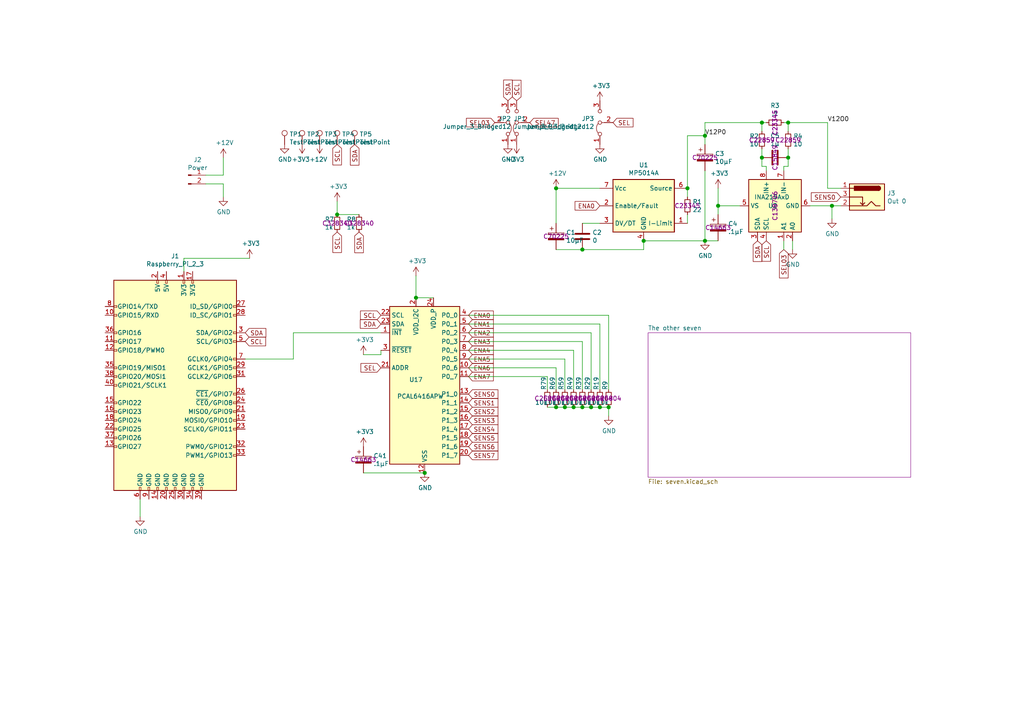
<source format=kicad_sch>
(kicad_sch (version 20220104) (generator eeschema)
  (paper "A4")
  (lib_symbols
    (symbol "Connector:Barrel_Jack_Switch" (pin_names hide)
      (property "Reference" "J" (at 0 5.334 0))
      (property "Value" "Barrel_Jack_Switch" (at 0 -5.08 0))
      (symbol "Barrel_Jack_Switch_0_1"
        (rectangle (start -5.08 3.81) (end 5.08 -3.81) (stroke (width 0.254)) (fill (type background)))
        (arc (start -3.302 3.175) (mid -3.937 2.54) (end -3.302 1.905) (stroke (width 0.254)))
        (arc (start -3.302 3.175) (mid -3.937 2.54) (end -3.302 1.905) (stroke (width 0.254)) (fill (type outline)))
        (polyline (pts (xy 1.27 -2.286) (xy 1.905 -1.651)) (stroke (width 0.254)))
        (polyline (pts (xy 5.08 2.54) (xy 3.81 2.54)) (stroke (width 0.254)))
        (polyline (pts (xy 5.08 0) (xy 1.27 0) (xy 1.27 -2.286) (xy 0.635 -1.651)) (stroke (width 0.254)))
        (polyline (pts (xy -3.81 -2.54) (xy -2.54 -2.54) (xy -1.27 -1.27) (xy 0 -2.54) (xy 2.54 -2.54) (xy 5.08 -2.54)) (stroke (width 0.254)))
        (rectangle (start 3.683 3.175) (end -3.302 1.905) (stroke (width 0.254)) (fill (type outline)))
      )
      (symbol "Barrel_Jack_Switch_1_1"
        (pin passive line (at 7.62 2.54 180) (length 2.54) (name "~") (number "1"))
        (pin passive line (at 7.62 -2.54 180) (length 2.54) (name "~") (number "2"))
        (pin passive line (at 7.62 0 180) (length 2.54) (name "~") (number "3"))
      )
    )
    (symbol "Connector:Conn_01x02_Male" (pin_names (offset 1.016) hide)
      (property "Reference" "J" (at 0 2.54 0))
      (property "Value" "Conn_01x02_Male" (at 0 -5.08 0))
      (symbol "Conn_01x02_Male_1_1"
        (polyline (pts (xy 1.27 -2.54) (xy 0.8636 -2.54)) (stroke (width 0.1524)))
        (polyline (pts (xy 1.27 0) (xy 0.8636 0)) (stroke (width 0.1524)))
        (rectangle (start 0.8636 -2.413) (end 0 -2.667) (stroke (width 0.1524)) (fill (type outline)))
        (rectangle (start 0.8636 0.127) (end 0 -0.127) (stroke (width 0.1524)) (fill (type outline)))
        (pin passive line (at 5.08 0 180) (length 3.81) (name "Pin_1") (number "1"))
        (pin passive line (at 5.08 -2.54 180) (length 3.81) (name "Pin_2") (number "2"))
      )
    )
    (symbol "Connector:Raspberry_Pi_2_3" (pin_names (offset 1.016))
      (property "Reference" "J" (at -17.78 31.75 0))
      (property "Value" "Raspberry_Pi_2_3" (at 10.16 -31.75 0))
      (symbol "Raspberry_Pi_2_3_0_1"
        (rectangle (start -17.78 30.48) (end 17.78 -30.48) (stroke (width 0.254)) (fill (type background)))
      )
      (symbol "Raspberry_Pi_2_3_1_1"
        (rectangle (start -16.891 -17.526) (end -17.78 -18.034))
        (rectangle (start -16.891 -14.986) (end -17.78 -15.494))
        (rectangle (start -16.891 -12.446) (end -17.78 -12.954))
        (rectangle (start -16.891 -9.906) (end -17.78 -10.414))
        (rectangle (start -16.891 -7.366) (end -17.78 -7.874))
        (rectangle (start -16.891 -4.826) (end -17.78 -5.334))
        (rectangle (start -16.891 0.254) (end -17.78 -0.254))
        (rectangle (start -16.891 2.794) (end -17.78 2.286))
        (rectangle (start -16.891 5.334) (end -17.78 4.826))
        (rectangle (start -16.891 10.414) (end -17.78 9.906))
        (rectangle (start -16.891 12.954) (end -17.78 12.446))
        (rectangle (start -16.891 15.494) (end -17.78 14.986))
        (rectangle (start -16.891 20.574) (end -17.78 20.066))
        (rectangle (start -16.891 23.114) (end -17.78 22.606))
        (rectangle (start -10.414 -29.591) (end -9.906 -30.48))
        (rectangle (start -7.874 -29.591) (end -7.366 -30.48))
        (rectangle (start -5.334 -29.591) (end -4.826 -30.48))
        (rectangle (start -5.334 30.48) (end -4.826 29.591))
        (rectangle (start -2.794 -29.591) (end -2.286 -30.48))
        (rectangle (start -2.794 30.48) (end -2.286 29.591))
        (rectangle (start -0.254 -29.591) (end 0.254 -30.48))
        (rectangle (start 2.286 -29.591) (end 2.794 -30.48))
        (rectangle (start 2.286 30.48) (end 2.794 29.591))
        (rectangle (start 4.826 -29.591) (end 5.334 -30.48))
        (rectangle (start 4.826 30.48) (end 5.334 29.591))
        (rectangle (start 7.366 -29.591) (end 7.874 -30.48))
        (rectangle (start 17.78 -20.066) (end 16.891 -20.574))
        (rectangle (start 17.78 -17.526) (end 16.891 -18.034))
        (rectangle (start 17.78 -12.446) (end 16.891 -12.954))
        (rectangle (start 17.78 -9.906) (end 16.891 -10.414))
        (rectangle (start 17.78 -7.366) (end 16.891 -7.874))
        (rectangle (start 17.78 -4.826) (end 16.891 -5.334))
        (rectangle (start 17.78 -2.286) (end 16.891 -2.794))
        (rectangle (start 17.78 2.794) (end 16.891 2.286))
        (rectangle (start 17.78 5.334) (end 16.891 4.826))
        (rectangle (start 17.78 7.874) (end 16.891 7.366))
        (rectangle (start 17.78 12.954) (end 16.891 12.446))
        (rectangle (start 17.78 15.494) (end 16.891 14.986))
        (rectangle (start 17.78 20.574) (end 16.891 20.066))
        (rectangle (start 17.78 23.114) (end 16.891 22.606))
        (pin power_in line (at 2.54 33.02 270) (length 2.54) (name "3V3") (number "1"))
        (pin bidirectional line (at -20.32 20.32 0) (length 2.54) (name "GPIO15/RXD") (number "10"))
        (pin bidirectional line (at -20.32 12.7 0) (length 2.54) (name "GPIO17") (number "11"))
        (pin bidirectional line (at -20.32 10.16 0) (length 2.54) (name "GPIO18/PWM0") (number "12"))
        (pin bidirectional line (at -20.32 -17.78 0) (length 2.54) (name "GPIO27") (number "13"))
        (pin power_in line (at -5.08 -33.02 90) (length 2.54) (name "GND") (number "14"))
        (pin bidirectional line (at -20.32 -5.08 0) (length 2.54) (name "GPIO22") (number "15"))
        (pin bidirectional line (at -20.32 -7.62 0) (length 2.54) (name "GPIO23") (number "16"))
        (pin power_in line (at 5.08 33.02 270) (length 2.54) (name "3V3") (number "17"))
        (pin bidirectional line (at -20.32 -10.16 0) (length 2.54) (name "GPIO24") (number "18"))
        (pin bidirectional line (at 20.32 -10.16 180) (length 2.54) (name "MOSI0/GPIO10") (number "19"))
        (pin power_in line (at -5.08 33.02 270) (length 2.54) (name "5V") (number "2"))
        (pin power_in line (at -2.54 -33.02 90) (length 2.54) (name "GND") (number "20"))
        (pin bidirectional line (at 20.32 -7.62 180) (length 2.54) (name "MISO0/GPIO9") (number "21"))
        (pin bidirectional line (at -20.32 -12.7 0) (length 2.54) (name "GPIO25") (number "22"))
        (pin bidirectional line (at 20.32 -12.7 180) (length 2.54) (name "SCLK0/GPIO11") (number "23"))
        (pin bidirectional line (at 20.32 -5.08 180) (length 2.54) (name "~{CE0}/GPIO8") (number "24"))
        (pin power_in line (at 0 -33.02 90) (length 2.54) (name "GND") (number "25"))
        (pin bidirectional line (at 20.32 -2.54 180) (length 2.54) (name "~{CE1}/GPIO7") (number "26"))
        (pin bidirectional line (at 20.32 22.86 180) (length 2.54) (name "ID_SD/GPIO0") (number "27"))
        (pin bidirectional line (at 20.32 20.32 180) (length 2.54) (name "ID_SC/GPIO1") (number "28"))
        (pin bidirectional line (at 20.32 5.08 180) (length 2.54) (name "GCLK1/GPIO5") (number "29"))
        (pin bidirectional line (at 20.32 15.24 180) (length 2.54) (name "SDA/GPIO2") (number "3"))
        (pin power_in line (at 2.54 -33.02 90) (length 2.54) (name "GND") (number "30"))
        (pin bidirectional line (at 20.32 2.54 180) (length 2.54) (name "GCLK2/GPIO6") (number "31"))
        (pin bidirectional line (at 20.32 -17.78 180) (length 2.54) (name "PWM0/GPIO12") (number "32"))
        (pin bidirectional line (at 20.32 -20.32 180) (length 2.54) (name "PWM1/GPIO13") (number "33"))
        (pin power_in line (at 5.08 -33.02 90) (length 2.54) (name "GND") (number "34"))
        (pin bidirectional line (at -20.32 5.08 0) (length 2.54) (name "GPIO19/MISO1") (number "35"))
        (pin bidirectional line (at -20.32 15.24 0) (length 2.54) (name "GPIO16") (number "36"))
        (pin bidirectional line (at -20.32 -15.24 0) (length 2.54) (name "GPIO26") (number "37"))
        (pin bidirectional line (at -20.32 2.54 0) (length 2.54) (name "GPIO20/MOSI1") (number "38"))
        (pin power_in line (at 7.62 -33.02 90) (length 2.54) (name "GND") (number "39"))
        (pin power_in line (at -2.54 33.02 270) (length 2.54) (name "5V") (number "4"))
        (pin bidirectional line (at -20.32 0 0) (length 2.54) (name "GPIO21/SCLK1") (number "40"))
        (pin bidirectional line (at 20.32 12.7 180) (length 2.54) (name "SCL/GPIO3") (number "5"))
        (pin power_in line (at -10.16 -33.02 90) (length 2.54) (name "GND") (number "6"))
        (pin bidirectional line (at 20.32 7.62 180) (length 2.54) (name "GCLK0/GPIO4") (number "7"))
        (pin bidirectional line (at -20.32 22.86 0) (length 2.54) (name "GPIO14/TXD") (number "8"))
        (pin power_in line (at -7.62 -33.02 90) (length 2.54) (name "GND") (number "9"))
      )
    )
    (symbol "Connector:TestPoint" (pin_numbers hide) (pin_names (offset 0.762) hide)
      (property "Reference" "TP" (at 0 6.858 0))
      (property "Value" "TestPoint" (at 0 5.08 0))
      (symbol "TestPoint_0_1"
        (circle (center 0 3.302) (radius 0.762))
      )
      (symbol "TestPoint_1_1"
        (pin passive line (at 0 0 90) (length 2.54) (name "1") (number "1"))
      )
    )
    (symbol "Device:C" (pin_numbers hide) (pin_names (offset 0.254))
      (property "Reference" "C" (at 0.635 2.54 0))
      (property "Value" "C" (at 0.635 -2.54 0))
      (symbol "C_0_1"
        (polyline (pts (xy -2.032 -0.762) (xy 2.032 -0.762)) (stroke (width 0.508)))
        (polyline (pts (xy -2.032 0.762) (xy 2.032 0.762)) (stroke (width 0.508)))
      )
      (symbol "C_1_1"
        (pin passive line (at 0 3.81 270) (length 2.794) (name "~") (number "1"))
        (pin passive line (at 0 -3.81 90) (length 2.794) (name "~") (number "2"))
      )
    )
    (symbol "Interface_Expansion:PCAL6416APW"
      (property "Reference" "U" (at -10.16 24.13 0))
      (property "Value" "PCAL6416APW" (at 3.81 24.13 0))
      (symbol "PCAL6416APW_0_1"
        (rectangle (start -10.16 22.86) (end 10.16 -22.86) (stroke (width 0.254)) (fill (type background)))
      )
      (symbol "PCAL6416APW_1_1"
        (pin open_collector line (at -12.7 15.24 0) (length 2.54) (name "~{INT}") (number "1"))
        (pin bidirectional line (at 12.7 5.08 180) (length 2.54) (name "P0_6") (number "10"))
        (pin bidirectional line (at 12.7 2.54 180) (length 2.54) (name "P0_7") (number "11"))
        (pin power_in line (at 0 -25.4 90) (length 2.54) (name "VSS") (number "12"))
        (pin bidirectional line (at 12.7 -2.54 180) (length 2.54) (name "P1_0") (number "13"))
        (pin bidirectional line (at 12.7 -5.08 180) (length 2.54) (name "P1_1") (number "14"))
        (pin bidirectional line (at 12.7 -7.62 180) (length 2.54) (name "P1_2") (number "15"))
        (pin bidirectional line (at 12.7 -10.16 180) (length 2.54) (name "P1_3") (number "16"))
        (pin bidirectional line (at 12.7 -12.7 180) (length 2.54) (name "P1_4") (number "17"))
        (pin bidirectional line (at 12.7 -15.24 180) (length 2.54) (name "P1_5") (number "18"))
        (pin bidirectional line (at 12.7 -17.78 180) (length 2.54) (name "P1_6") (number "19"))
        (pin power_in line (at -2.54 25.4 270) (length 2.54) (name "VDD_I2C") (number "2"))
        (pin bidirectional line (at 12.7 -20.32 180) (length 2.54) (name "P1_7") (number "20"))
        (pin input line (at -12.7 5.08 0) (length 2.54) (name "ADDR") (number "21"))
        (pin input line (at -12.7 20.32 0) (length 2.54) (name "SCL") (number "22"))
        (pin bidirectional line (at -12.7 17.78 0) (length 2.54) (name "SDA") (number "23"))
        (pin power_in line (at 2.54 25.4 270) (length 2.54) (name "VDD_P") (number "24"))
        (pin input line (at -12.7 10.16 0) (length 2.54) (name "~{RESET}") (number "3"))
        (pin bidirectional line (at 12.7 20.32 180) (length 2.54) (name "P0_0") (number "4"))
        (pin bidirectional line (at 12.7 17.78 180) (length 2.54) (name "P0_1") (number "5"))
        (pin bidirectional line (at 12.7 15.24 180) (length 2.54) (name "P0_2") (number "6"))
        (pin bidirectional line (at 12.7 12.7 180) (length 2.54) (name "P0_3") (number "7"))
        (pin bidirectional line (at 12.7 10.16 180) (length 2.54) (name "P0_4") (number "8"))
        (pin bidirectional line (at 12.7 7.62 180) (length 2.54) (name "P0_5") (number "9"))
      )
    )
    (symbol "Jumper:Jumper_3_Bridged12" (pin_names (offset 0) hide)
      (property "Reference" "JP" (at -2.54 -2.54 0))
      (property "Value" "Jumper_3_Bridged12" (at 0 2.794 0))
      (symbol "Jumper_3_Bridged12_0_0"
        (circle (center -3.302 0) (radius 0.508))
        (circle (center 0 0) (radius 0.508))
        (circle (center 3.302 0) (radius 0.508))
      )
      (symbol "Jumper_3_Bridged12_0_1"
        (arc (start -0.254 0.508) (mid -1.651 0.9912) (end -3.048 0.508))
        (polyline (pts (xy 0 -1.27) (xy 0 -0.508)))
      )
      (symbol "Jumper_3_Bridged12_1_1"
        (pin passive line (at -6.35 0 0) (length 2.54) (name "A") (number "1"))
        (pin input line (at 0 -3.81 90) (length 2.54) (name "C") (number "2"))
        (pin passive line (at 6.35 0 180) (length 2.54) (name "B") (number "3"))
      )
    )
    (symbol "localparts:CP_100n_50V_0603" (pin_numbers hide) (pin_names (offset 0.254))
      (property "Reference" "C4" (at 2.9211 1.1494 0))
      (property "Value" "CP_100n_50V_0603" (at 2.9211 -1.1493 0))
      (property "LCSC" "C14663" (at 0 0 0))
      (symbol "CP_100n_50V_0603_0_1"
        (rectangle (start -2.286 0.508) (end -2.286 1.016))
        (rectangle (start -2.286 0.508) (end 2.286 0.508))
        (polyline (pts (xy -1.778 2.286) (xy -0.762 2.286)))
        (polyline (pts (xy -1.27 2.794) (xy -1.27 1.778)))
        (rectangle (start 2.286 -0.508) (end -2.286 -1.016) (fill (type outline)))
        (rectangle (start 2.286 1.016) (end -2.286 1.016))
        (rectangle (start 2.286 1.016) (end 2.286 0.508))
      )
      (symbol "CP_100n_50V_0603_1_1"
        (pin passive line (at 0 3.81 270) (length 2.794) (name "~") (number "1"))
        (pin passive line (at 0 -3.81 90) (length 2.794) (name "~") (number "2"))
      )
    )
    (symbol "localparts:CP_10µ_16V_0603" (pin_numbers hide) (pin_names (offset 0.254))
      (property "Reference" "C3" (at 2.9211 1.1494 0))
      (property "Value" "CP_10µ_16V_0603" (at 2.9211 -1.1493 0))
      (property "LCSC" "C70225" (at 0 0 0))
      (symbol "CP_10µ_16V_0603_0_1"
        (rectangle (start -2.286 0.508) (end -2.286 1.016))
        (rectangle (start -2.286 0.508) (end 2.286 0.508))
        (polyline (pts (xy -1.778 2.286) (xy -0.762 2.286)))
        (polyline (pts (xy -1.27 2.794) (xy -1.27 1.778)))
        (rectangle (start 2.286 -0.508) (end -2.286 -1.016) (fill (type outline)))
        (rectangle (start 2.286 1.016) (end -2.286 1.016))
        (rectangle (start 2.286 1.016) (end 2.286 0.508))
      )
      (symbol "CP_10µ_16V_0603_1_1"
        (pin passive line (at 0 3.81 270) (length 2.794) (name "~") (number "1"))
        (pin passive line (at 0 -3.81 90) (length 2.794) (name "~") (number "2"))
      )
    )
    (symbol "localparts:CP_1µ_50V_0603" (pin_numbers hide) (pin_names (offset 0.254))
      (property "Reference" "C22" (at 0 6.3692 90))
      (property "Value" "CP_1µ_50V_0603" (at 0 4.07 90))
      (property "LCSC" "C15849" (at 0 0 0))
      (symbol "CP_1µ_50V_0603_0_1"
        (polyline (pts (xy -2.032 -0.762) (xy 2.032 -0.762)) (stroke (width 0.508)))
        (polyline (pts (xy -2.032 0.762) (xy 2.032 0.762)) (stroke (width 0.508)))
      )
      (symbol "CP_1µ_50V_0603_1_1"
        (pin passive line (at 0 3.81 270) (length 2.794) (name "~") (number "1"))
        (pin passive line (at 0 -3.81 90) (length 2.794) (name "~") (number "2"))
      )
    )
    (symbol "localparts:R_10_0603" (pin_numbers hide) (pin_names (offset 0.254) hide)
      (property "Reference" "R" (at 0.762 0.508 0))
      (property "Value" "R_10_0603" (at 0.762 -1.016 0))
      (property "LCSC" "C22859" (at 0 0 0))
      (symbol "R_10_0603_0_1"
        (rectangle (start -0.762 1.778) (end 0.762 -1.778) (stroke (width 0.2032)))
      )
      (symbol "R_10_0603_1_1"
        (pin passive line (at 0 2.54 270) (length 0.762) (name "~") (number "1"))
        (pin passive line (at 0 -2.54 90) (length 0.762) (name "~") (number "2"))
      )
    )
    (symbol "localparts:R_10k_0603" (pin_numbers hide) (pin_names (offset 0.254) hide)
      (property "Reference" "R79" (at -1.041 2.419 90))
      (property "Value" "R_10k_0603" (at -3.5813 -1.1493 0))
      (property "LCSC" "C25804" (at 0 0 0))
      (symbol "R_10k_0603_0_1"
        (rectangle (start -0.762 1.778) (end 0.762 -1.778) (stroke (width 0.2032)))
      )
      (symbol "R_10k_0603_1_1"
        (pin passive line (at 0 2.54 270) (length 0.762) (name "~") (number "1"))
        (pin passive line (at 0 -2.54 90) (length 0.762) (name "~") (number "2"))
      )
    )
    (symbol "localparts:R_1k_0603" (pin_numbers hide) (pin_names (offset 0.254) hide)
      (property "Reference" "R7" (at -3.581 1.149 0))
      (property "Value" "R_1k_0603" (at -3.5813 -1.1493 0))
      (property "LCSC" "C328340" (at 0 0 0))
      (symbol "R_1k_0603_0_1"
        (rectangle (start -0.762 1.778) (end 0.762 -1.778) (stroke (width 0.2032)))
      )
      (symbol "R_1k_0603_1_1"
        (pin passive line (at 0 2.54 270) (length 0.762) (name "~") (number "1"))
        (pin passive line (at 0 -2.54 90) (length 0.762) (name "~") (number "2"))
      )
    )
    (symbol "localparts:R_22_0603" (pin_numbers hide) (pin_names (offset 0.254) hide)
      (property "Reference" "R" (at 0.762 0.508 0))
      (property "Value" "R_22_0603" (at 0.762 -1.016 0))
      (property "LCSC" "C23345" (at 0 0 0))
      (symbol "R_22_0603_0_1"
        (rectangle (start -0.762 1.778) (end 0.762 -1.778) (stroke (width 0.2032)))
      )
      (symbol "R_22_0603_1_1"
        (pin passive line (at 0 2.54 270) (length 0.762) (name "~") (number "1"))
        (pin passive line (at 0 -2.54 90) (length 0.762) (name "~") (number "2"))
      )
    )
    (symbol "localparts:R_X1_0805" (pin_numbers hide) (pin_names (offset 0.254) hide)
      (property "Reference" "R" (at 0.762 0.508 0))
      (property "Value" "R_X1_0805" (at 0.762 -1.016 0))
      (property "LCSC" "C23345" (at 0 0 0))
      (symbol "R_X1_0805_0_1"
        (rectangle (start -0.762 1.778) (end 0.762 -1.778) (stroke (width 0.2032)))
      )
      (symbol "R_X1_0805_1_1"
        (pin passive line (at 0 2.54 270) (length 0.762) (name "~") (number "1"))
        (pin passive line (at 0 -2.54 90) (length 0.762) (name "~") (number "2"))
      )
    )
    (symbol "localstuff:+12V" (power) (pin_names (offset 0))
      (property "Value" "+12V" (at 0 3.556 0))
      (symbol "+12V_0_1"
        (polyline (pts (xy -0.762 1.27) (xy 0 2.54)))
        (polyline (pts (xy 0 0) (xy 0 2.54)))
        (polyline (pts (xy 0 2.54) (xy 0.762 1.27)))
      )
      (symbol "+12V_1_1"
        (pin power_in line (at 0 0 90) (length 0) hide (name "+12V") (number "1"))
      )
    )
    (symbol "localstuff:+3.3V" (power) (pin_names (offset 0))
      (property "Value" "+3.3V" (at 0 3.556 0))
      (symbol "+3.3V_0_1"
        (polyline (pts (xy -0.762 1.27) (xy 0 2.54)))
        (polyline (pts (xy 0 0) (xy 0 2.54)))
        (polyline (pts (xy 0 2.54) (xy 0.762 1.27)))
      )
      (symbol "+3.3V_1_1"
        (pin power_in line (at 0 0 90) (length 0) hide (name "+3V3") (number "1"))
      )
    )
    (symbol "localstuff:GND" (power) (pin_names (offset 0))
      (property "Value" "GND" (at 0 -3.81 0))
      (symbol "GND_0_1"
        (polyline (pts (xy 0 0) (xy 0 -1.27) (xy 1.27 -1.27) (xy 0 -2.54) (xy -1.27 -1.27) (xy 0 -1.27)))
      )
      (symbol "GND_1_1"
        (pin power_in line (at 0 0 270) (length 0) hide (name "GND") (number "1"))
      )
    )
    (symbol "localstuff:INA219AxD"
      (property "Reference" "U2" (at -0.6542 0 90))
      (property "Value" "INA219AxD" (at -0.8955 2.54 90))
      (property "LCSC" "C138706" (at 0 0 0))
      (symbol "INA219AxD_0_1"
        (rectangle (start -7.62 7.62) (end 7.62 -7.62) (stroke (width 0.254)) (fill (type background)))
      )
      (symbol "INA219AxD_1_1"
        (pin input line (at 10.16 -2.54 180) (length 2.54) (name "A1") (number "1"))
        (pin input line (at 10.16 -5.08 180) (length 2.54) (name "A0") (number "2"))
        (pin bidirectional line (at 10.16 5.08 180) (length 2.54) (name "SDA") (number "3"))
        (pin input line (at 10.16 2.54 180) (length 2.54) (name "SCL") (number "4"))
        (pin power_in line (at 0 10.16 270) (length 2.54) (name "VS") (number "5"))
        (pin power_in line (at 0 -10.16 90) (length 2.54) (name "GND") (number "6"))
        (pin input line (at -10.16 -2.54 0) (length 2.54) (name "IN-") (number "7"))
        (pin input line (at -10.16 2.54 0) (length 2.54) (name "IN+") (number "8"))
      )
    )
    (symbol "localstuff:MP5014A"
      (property "Reference" "U1" (at 0 11.8302 0))
      (property "Value" "MP5014A" (at 0 9.5315 0))
      (symbol "MP5014A_0_0"
        (pin power_in line (at 0 -10.16 90) (length 2.54) (name "GND") (number "4"))
      )
      (symbol "MP5014A_0_1"
        (rectangle (start -8.89 -7.62) (end 8.89 7.62) (stroke (width 0.254)) (fill (type background)))
        (rectangle (start -8.89 -7.62) (end 8.89 7.62) (stroke (width 0.254)) (fill (type background)))
      )
      (symbol "MP5014A_1_1"
        (pin input line (at 12.7 -5.08 180) (length 3.81) (name "I-Limit") (number "1"))
        (pin bidirectional line (at -12.7 0 0) (length 3.81) (name "Enable/Fault") (number "2"))
        (pin unspecified line (at -12.7 -5.08 0) (length 3.81) (name "DV/DT") (number "3"))
        (pin power_out line (at 12.7 5.08 180) (length 3.81) hide (name "Source") (number "5"))
        (pin power_out line (at 12.7 5.08 180) (length 3.81) (name "Source") (number "6"))
        (pin power_in line (at -12.7 5.08 0) (length 3.81) (name "Vcc") (number "7"))
        (pin power_in line (at -12.7 5.08 0) (length 3.81) hide (name "Vcc") (number "8"))
      )
    )
  )
  (junction (at 204.47 69.85) (diameter 1.016))
  (junction (at 161.29 54.61) (diameter 1.016))
  (junction (at 220.98 45.72) (diameter 1.016))
  (junction (at 120.65 86.36) (diameter 1.016))
  (junction (at 173.99 118.11) (diameter 1.016))
  (junction (at 97.79 62.23) (diameter 1.016))
  (junction (at 228.6 45.72) (diameter 1.016))
  (junction (at 161.29 118.11) (diameter 1.016))
  (junction (at 199.39 54.61) (diameter 1.016))
  (junction (at 168.91 118.11) (diameter 1.016))
  (junction (at 241.3 59.69) (diameter 1.016))
  (junction (at 208.28 59.69) (diameter 1.016))
  (junction (at 176.53 118.11) (diameter 1.016))
  (junction (at 228.6 35.56) (diameter 1.016))
  (junction (at 171.45 118.11) (diameter 1.016))
  (junction (at 168.91 72.39) (diameter 1.016))
  (junction (at 163.83 118.11) (diameter 1.016))
  (junction (at 166.37 118.11) (diameter 1.016))
  (junction (at 204.47 39.37) (diameter 1.016))
  (junction (at 186.69 69.85) (diameter 1.016))
  (junction (at 220.98 35.56) (diameter 1.016))
  (junction (at 123.19 137.16) (diameter 1.016))
  (wire (pts (xy 168.91 72.39) (xy 186.69 72.39)))
  (wire (pts (xy 186.69 72.39) (xy 186.69 69.85)))
  (wire (pts (xy 220.98 48.26) (xy 220.98 45.72)))
  (wire (pts (xy 222.25 48.26) (xy 220.98 48.26)))
  (wire (pts (xy 199.39 39.37) (xy 199.39 54.61)))
  (wire (pts (xy 220.98 35.56) (xy 220.98 38.1)))
  (wire (pts (xy 204.47 39.37) (xy 204.47 41.91)))
  (wire (pts (xy 161.29 72.39) (xy 168.91 72.39)))
  (wire (pts (xy 40.64 144.78) (xy 40.64 149.86)))
  (wire (pts (xy 85.09 96.52) (xy 85.09 104.14)))
  (wire (pts (xy 85.09 104.14) (xy 71.12 104.14)))
  (wire (pts (xy 110.49 96.52) (xy 85.09 96.52)))
  (wire (pts (xy 186.69 69.85) (xy 204.47 69.85)))
  (wire (pts (xy 227.33 35.56) (xy 228.6 35.56)))
  (wire (pts (xy 228.6 35.56) (xy 240.03 35.56)))
  (wire (pts (xy 97.79 58.42) (xy 97.79 62.23)))
  (wire (pts (xy 168.91 64.77) (xy 173.99 64.77)))
  (wire (pts (xy 204.47 49.53) (xy 204.47 69.85)))
  (wire (pts (xy 158.75 118.11) (xy 161.29 118.11)))
  (wire (pts (xy 161.29 118.11) (xy 163.83 118.11)))
  (wire (pts (xy 163.83 118.11) (xy 166.37 118.11)))
  (wire (pts (xy 166.37 118.11) (xy 168.91 118.11)))
  (wire (pts (xy 168.91 118.11) (xy 171.45 118.11)))
  (wire (pts (xy 171.45 118.11) (xy 173.99 118.11)))
  (wire (pts (xy 173.99 118.11) (xy 176.53 118.11)))
  (wire (pts (xy 229.87 69.85) (xy 229.87 72.39)))
  (wire (pts (xy 161.29 106.68) (xy 135.89 106.68)))
  (wire (pts (xy 161.29 113.03) (xy 161.29 106.68)))
  (wire (pts (xy 234.95 59.69) (xy 241.3 59.69)))
  (wire (pts (xy 227.33 69.85) (xy 227.33 72.39)))
  (wire (pts (xy 222.25 48.26) (xy 222.25 49.53)))
  (wire (pts (xy 204.47 35.56) (xy 204.47 39.37)))
  (wire (pts (xy 204.47 35.56) (xy 220.98 35.56)))
  (wire (pts (xy 220.98 35.56) (xy 222.25 35.56)))
  (wire (pts (xy 135.89 101.6) (xy 166.37 101.6)))
  (wire (pts (xy 166.37 101.6) (xy 166.37 113.03)))
  (wire (pts (xy 176.53 118.11) (xy 176.53 120.65)))
  (wire (pts (xy 227.33 48.26) (xy 228.6 48.26)))
  (wire (pts (xy 228.6 48.26) (xy 228.6 45.72)))
  (wire (pts (xy 158.75 109.22) (xy 135.89 109.22)))
  (wire (pts (xy 158.75 113.03) (xy 158.75 109.22)))
  (wire (pts (xy 173.99 93.98) (xy 135.89 93.98)))
  (wire (pts (xy 173.99 113.03) (xy 173.99 93.98)))
  (wire (pts (xy 64.77 53.34) (xy 59.69 53.34)))
  (wire (pts (xy 64.77 57.15) (xy 64.77 53.34)))
  (wire (pts (xy 208.28 59.69) (xy 208.28 62.23)))
  (wire (pts (xy 199.39 39.37) (xy 204.47 39.37)))
  (wire (pts (xy 204.47 69.85) (xy 208.28 69.85)))
  (wire (pts (xy 120.65 80.01) (xy 120.65 86.36)))
  (wire (pts (xy 228.6 35.56) (xy 228.6 38.1)))
  (wire (pts (xy 64.77 45.72) (xy 64.77 50.8)))
  (wire (pts (xy 64.77 50.8) (xy 59.69 50.8)))
  (wire (pts (xy 53.34 74.93) (xy 53.34 78.74)))
  (wire (pts (xy 72.39 74.93) (xy 53.34 74.93)))
  (wire (pts (xy 161.29 54.61) (xy 173.99 54.61)))
  (wire (pts (xy 161.29 64.77) (xy 161.29 54.61)))
  (wire (pts (xy 199.39 54.61) (xy 199.39 57.15)))
  (wire (pts (xy 199.39 62.23) (xy 199.39 64.77)))
  (wire (pts (xy 241.3 59.69) (xy 241.3 63.5)))
  (wire (pts (xy 243.84 59.69) (xy 241.3 59.69)))
  (wire (pts (xy 105.41 102.87) (xy 110.49 102.87)))
  (wire (pts (xy 110.49 102.87) (xy 110.49 101.6)))
  (wire (pts (xy 168.91 99.06) (xy 135.89 99.06)))
  (wire (pts (xy 168.91 99.06) (xy 168.91 113.03)))
  (wire (pts (xy 97.79 62.23) (xy 104.14 62.23)))
  (wire (pts (xy 220.98 43.18) (xy 220.98 45.72)))
  (wire (pts (xy 227.33 48.26) (xy 227.33 49.53)))
  (wire (pts (xy 208.28 59.69) (xy 208.28 54.61)))
  (wire (pts (xy 214.63 59.69) (xy 208.28 59.69)))
  (wire (pts (xy 163.83 104.14) (xy 135.89 104.14)))
  (wire (pts (xy 163.83 113.03) (xy 163.83 104.14)))
  (wire (pts (xy 105.41 137.16) (xy 123.19 137.16)))
  (wire (pts (xy 135.89 96.52) (xy 171.45 96.52)))
  (wire (pts (xy 171.45 96.52) (xy 171.45 113.03)))
  (wire (pts (xy 120.65 86.36) (xy 125.73 86.36)))
  (wire (pts (xy 228.6 43.18) (xy 228.6 45.72)))
  (wire (pts (xy 135.89 91.44) (xy 176.53 91.44)))
  (wire (pts (xy 176.53 91.44) (xy 176.53 113.03)))
  (wire (pts (xy 240.03 35.56) (xy 240.03 54.61)))
  (wire (pts (xy 240.03 54.61) (xy 243.84 54.61)))
  (label "V12O0" (at 240.03 35.56 0))
  (label "V12P0" (at 204.47 39.37 0))
  (global_label "SCL" (shape input) (at 149.86 29.21 90) (property "Intersheet References" "${INTERSHEET_REFS}" (effects hide)))
  (global_label "SENS5" (shape input) (at 135.89 127 0) (property "Intersheet References" "${INTERSHEET_REFS}" (effects hide)))
  (global_label "SEL" (shape input) (at 177.8 35.56 0) (property "Intersheet References" "${INTERSHEET_REFS}" (effects hide)))
  (global_label "SEL" (shape input) (at 110.49 106.68 180) (property "Intersheet References" "${INTERSHEET_REFS}" (effects hide)))
  (global_label "ENA4" (shape input) (at 135.89 101.6 0) (property "Intersheet References" "${INTERSHEET_REFS}" (effects hide)))
  (global_label "SCL" (shape input) (at 71.12 99.06 0) (property "Intersheet References" "${INTERSHEET_REFS}" (effects hide)))
  (global_label "SCL" (shape input) (at 97.79 41.91 270) (property "Intersheet References" "${INTERSHEET_REFS}" (effects hide)))
  (global_label "SCL" (shape input) (at 222.25 69.85 270) (property "Intersheet References" "${INTERSHEET_REFS}" (effects hide)))
  (global_label "SDA" (shape input) (at 102.87 41.91 270) (property "Intersheet References" "${INTERSHEET_REFS}" (effects hide)))
  (global_label "SEL03" (shape input) (at 143.51 35.56 180) (property "Intersheet References" "${INTERSHEET_REFS}" (effects hide)))
  (global_label "SENS3" (shape input) (at 135.89 121.92 0) (property "Intersheet References" "${INTERSHEET_REFS}" (effects hide)))
  (global_label "SDA" (shape input) (at 71.12 96.52 0) (property "Intersheet References" "${INTERSHEET_REFS}" (effects hide)))
  (global_label "SENS4" (shape input) (at 135.89 124.46 0) (property "Intersheet References" "${INTERSHEET_REFS}" (effects hide)))
  (global_label "SDA" (shape input) (at 147.32 29.21 90) (property "Intersheet References" "${INTERSHEET_REFS}" (effects hide)))
  (global_label "SENS6" (shape input) (at 135.89 129.54 0) (property "Intersheet References" "${INTERSHEET_REFS}" (effects hide)))
  (global_label "SENS7" (shape input) (at 135.89 132.08 0) (property "Intersheet References" "${INTERSHEET_REFS}" (effects hide)))
  (global_label "SCL" (shape input) (at 110.49 91.44 180) (property "Intersheet References" "${INTERSHEET_REFS}" (effects hide)))
  (global_label "ENA6" (shape input) (at 135.89 106.68 0) (property "Intersheet References" "${INTERSHEET_REFS}" (effects hide)))
  (global_label "ENA1" (shape input) (at 135.89 93.98 0) (property "Intersheet References" "${INTERSHEET_REFS}" (effects hide)))
  (global_label "SENS1" (shape input) (at 135.89 116.84 0) (property "Intersheet References" "${INTERSHEET_REFS}" (effects hide)))
  (global_label "ENA7" (shape input) (at 135.89 109.22 0) (property "Intersheet References" "${INTERSHEET_REFS}" (effects hide)))
  (global_label "SENS0" (shape input) (at 243.84 57.15 180) (property "Intersheet References" "${INTERSHEET_REFS}" (effects hide)))
  (global_label "SDA" (shape input) (at 104.14 67.31 270) (property "Intersheet References" "${INTERSHEET_REFS}" (effects hide)))
  (global_label "SEL47" (shape input) (at 153.67 35.56 0) (property "Intersheet References" "${INTERSHEET_REFS}" (effects hide)))
  (global_label "ENA0" (shape input) (at 173.99 59.69 180) (property "Intersheet References" "${INTERSHEET_REFS}" (effects hide)))
  (global_label "SCL" (shape input) (at 97.79 67.31 270) (property "Intersheet References" "${INTERSHEET_REFS}" (effects hide)))
  (global_label "SDA" (shape input) (at 110.49 93.98 180) (property "Intersheet References" "${INTERSHEET_REFS}" (effects hide)))
  (global_label "SENS0" (shape input) (at 135.89 114.3 0) (property "Intersheet References" "${INTERSHEET_REFS}" (effects hide)))
  (global_label "ENA0" (shape input) (at 135.89 91.44 0) (property "Intersheet References" "${INTERSHEET_REFS}" (effects hide)))
  (global_label "ENA5" (shape input) (at 135.89 104.14 0) (property "Intersheet References" "${INTERSHEET_REFS}" (effects hide)))
  (global_label "ENA3" (shape input) (at 135.89 99.06 0) (property "Intersheet References" "${INTERSHEET_REFS}" (effects hide)))
  (global_label "SENS2" (shape input) (at 135.89 119.38 0) (property "Intersheet References" "${INTERSHEET_REFS}" (effects hide)))
  (global_label "SEL03" (shape input) (at 227.33 72.39 270) (property "Intersheet References" "${INTERSHEET_REFS}" (effects hide)))
  (global_label "SDA" (shape input) (at 219.71 69.85 270) (property "Intersheet References" "${INTERSHEET_REFS}" (effects hide)))
  (global_label "ENA2" (shape input) (at 135.89 96.52 0) (property "Intersheet References" "${INTERSHEET_REFS}" (effects hide)))
  (symbol (lib_id "localstuff:GND") (at 229.87 72.39 0) (unit 1)
    (property "Reference" "#PWR0104" (effects hide))
    (property "Value" "GND" (at 229.9843 76.7144 0))
  )
  (symbol (lib_id "Connector:Barrel_Jack_Switch") (at 251.46 57.15 0) (mirror y) (unit 1) (in_bom no)
    (property "Reference" "J3" (at 257.3021 56.0514 0) (effects (justify right)))
    (property "Value" "Out 0" (at 257.3021 58.3501 0) (effects (justify right)))
    (property "Footprint" "localstuff:Barrel Jack locking" (effects hide))
  )
  (symbol (lib_id "Connector:TestPoint") (at 82.55 41.91 0) (unit 1)
    (property "Reference" "TP1" (at 83.9471 38.9191 0) (effects (justify left)))
    (property "Value" "TestPoint" (at 83.9471 41.2178 0) (effects (justify left)))
    (property "Footprint" "TestPoint:TestPoint_Pad_D1.5mm" (effects hide))
  )
  (symbol (lib_id "localstuff:+3.3V") (at 87.63 41.91 180) (unit 1)
    (property "Reference" "#PWR0154" (effects hide))
    (property "Value" "+3.3V" (at 87.2617 46.2344 0))
  )
  (symbol (lib_id "Connector:TestPoint") (at 97.79 41.91 0) (unit 1)
    (property "Reference" "TP4" (at 99.1871 38.9191 0) (effects (justify left)))
    (property "Value" "TestPoint" (at 99.1871 41.2178 0) (effects (justify left)))
    (property "Footprint" "TestPoint:TestPoint_Pad_D1.5mm" (effects hide))
  )
  (symbol (lib_id "localparts:R_10_0603") (at 220.98 40.64 180) (unit 1)
    (property "Reference" "R2" (at 217.3987 39.4906 0) (effects (justify right)))
    (property "Value" "10" (at 217.3987 41.7893 0) (effects (justify right)))
    (property "Footprint" "Resistor_SMD:R_0603_1608Metric" (effects hide))
    (property "JLC" "C22859" (at 220.98 40.64 0))
    (property "LCSC" "C22859" (at 220.98 40.64 0))
  )
  (symbol (lib_id "Connector:Conn_01x02_Male") (at 54.61 50.8 0) (unit 1)
    (property "Reference" "J2" (at 57.3024 46.3358 0))
    (property "Value" "Power" (at 57.3024 48.6345 0))
    (property "Footprint" "localstuff:1X02_GN" (effects hide))
  )
  (symbol (lib_id "Device:C") (at 168.91 68.58 0) (unit 1) (in_bom no)
    (property "Reference" "C2" (at 171.8311 67.4306 0) (effects (justify left)))
    (property "Value" "0" (at 171.8311 69.7293 0) (effects (justify left)))
    (property "Footprint" "Resistor_SMD:R_0603_1608Metric_Pad0.98x0.95mm_HandSolder" (effects hide))
  )
  (symbol (lib_id "localstuff:+3.3V") (at 149.86 41.91 180) (unit 1)
    (property "Reference" "#PWR0134" (effects hide))
    (property "Value" "+3.3V" (at 149.4917 46.2344 0))
  )
  (symbol (lib_id "localparts:R_10k_0603") (at 171.45 115.57 180) (unit 1)
    (property "Reference" "R29" (at 170.409 113.151 90) (effects (justify right)))
    (property "Value" "10k" (at 167.869 116.719 0) (effects (justify right)))
    (property "Footprint" "Resistor_SMD:R_0603_1608Metric" (effects hide))
    (property "LCSC" "C25804" (at 171.45 115.57 0))
  )
  (symbol (lib_id "localstuff:+12V") (at 92.71 41.91 180) (unit 1)
    (property "Reference" "#PWR0155" (effects hide))
    (property "Value" "+12V" (at 92.3417 46.2344 0))
  )
  (symbol (lib_id "localstuff:+3.3V") (at 105.41 102.87 0) (unit 1)
    (property "Reference" "#PWR0156" (effects hide))
    (property "Value" "+3.3V" (at 105.7783 98.5456 0))
  )
  (symbol (lib_id "localparts:R_10_0603") (at 228.6 40.64 180) (unit 1)
    (property "Reference" "R4" (at 230.0987 39.4906 0) (effects (justify right)))
    (property "Value" "10" (at 230.0987 41.7893 0) (effects (justify right)))
    (property "Footprint" "Resistor_SMD:R_0603_1608Metric" (effects hide))
    (property "LCSC" "C22859" (at 228.6 40.64 0))
  )
  (symbol (lib_id "localparts:R_22_0603") (at 199.39 59.69 180) (unit 1)
    (property "Reference" "R1" (at 200.8887 58.5406 0) (effects (justify right)))
    (property "Value" "22" (at 200.8887 60.8393 0) (effects (justify right)))
    (property "Footprint" "Resistor_SMD:R_0603_1608Metric" (effects hide))
    (property "JLC" "C23345" (effects hide))
    (property "LCSC" "C23345" (at 199.39 59.69 0))
  )
  (symbol (lib_id "localparts:R_1k_0603") (at 104.14 64.77 180) (unit 1)
    (property "Reference" "R8" (at 100.559 63.621 0) (effects (justify right)))
    (property "Value" "1k" (at 100.5587 65.9193 0) (effects (justify right)))
    (property "Footprint" "Resistor_SMD:R_0603_1608Metric" (effects hide))
    (property "LCSC" "C328340" (at 104.14 64.77 0))
  )
  (symbol (lib_id "localparts:R_10k_0603") (at 166.37 115.57 180) (unit 1)
    (property "Reference" "R49" (at 165.329 113.151 90) (effects (justify right)))
    (property "Value" "10k" (at 162.789 116.719 0) (effects (justify right)))
    (property "Footprint" "Resistor_SMD:R_0603_1608Metric" (effects hide))
    (property "LCSC" "C25804" (at 166.37 115.57 0))
  )
  (symbol (lib_id "localstuff:GND") (at 123.19 137.16 0) (unit 1)
    (property "Reference" "#PWR0150" (effects hide))
    (property "Value" "GND" (at 123.3043 141.4844 0))
  )
  (symbol (lib_id "Connector:TestPoint") (at 92.71 41.91 0) (unit 1)
    (property "Reference" "TP3" (at 94.1071 38.9191 0) (effects (justify left)))
    (property "Value" "TestPoint" (at 94.1071 41.2178 0) (effects (justify left)))
    (property "Footprint" "TestPoint:TestPoint_Pad_D1.5mm" (effects hide))
  )
  (symbol (lib_id "Jumper:Jumper_3_Bridged12") (at 147.32 35.56 270) (mirror x) (unit 1)
    (property "Reference" "JP1" (at 148.9457 34.4106 90) (effects (justify left)))
    (property "Value" "Jumper_3_Bridged12" (at 148.9457 36.7093 90) (effects (justify left)))
    (property "Footprint" "Jumper:SolderJumper-3_P1.3mm_Bridged12_RoundedPad1.0x1.5mm_NumberLabels" (effects hide))
  )
  (symbol (lib_id "Jumper:Jumper_3_Bridged12") (at 149.86 35.56 90) (unit 1)
    (property "Reference" "JP2" (at 148.2344 34.4106 90) (effects (justify left)))
    (property "Value" "Jumper_3_Bridged12" (at 148.2344 36.7093 90) (effects (justify left)))
    (property "Footprint" "Jumper:SolderJumper-3_P1.3mm_Bridged12_RoundedPad1.0x1.5mm_NumberLabels" (effects hide))
  )
  (symbol (lib_id "localstuff:+12V") (at 161.29 54.61 0) (unit 1)
    (property "Reference" "#PWR0103" (effects hide))
    (property "Value" "+12V" (at 161.6583 50.2856 0))
  )
  (symbol (lib_id "localparts:CP_10µ_16V_0603") (at 161.29 68.58 0) (unit 1)
    (property "Reference" "C1" (at 164.2111 67.4306 0) (effects (justify left)))
    (property "Value" "10µF" (at 164.2111 69.7293 0) (effects (justify left)))
    (property "Footprint" "Capacitor_SMD:C_0603_1608Metric" (effects hide))
    (property "LCSC" "C70225" (at 161.29 68.58 0))
  )
  (symbol (lib_id "localparts:CP_100n_50V_0603") (at 208.28 66.04 0) (unit 1)
    (property "Reference" "C4" (at 211.2011 64.8906 0) (effects (justify left)))
    (property "Value" ".1µF" (at 211.2011 67.1893 0) (effects (justify left)))
    (property "Footprint" "Capacitor_SMD:C_0603_1608Metric" (effects hide))
    (property "LCSC" "C14663" (at 208.28 66.04 0))
  )
  (symbol (lib_id "localparts:R_10k_0603") (at 176.53 115.57 180) (unit 1)
    (property "Reference" "R9" (at 175.489 113.151 90) (effects (justify right)))
    (property "Value" "10k" (at 172.949 116.719 0) (effects (justify right)))
    (property "Footprint" "Resistor_SMD:R_0603_1608Metric" (effects hide))
    (property "LCSC" "C25804" (at 176.53 115.57 0))
  )
  (symbol (lib_id "Connector:TestPoint") (at 102.87 41.91 0) (unit 1)
    (property "Reference" "TP5" (at 104.2671 38.9191 0) (effects (justify left)))
    (property "Value" "TestPoint" (at 104.2671 41.2178 0) (effects (justify left)))
    (property "Footprint" "TestPoint:TestPoint_Pad_D1.5mm" (effects hide))
  )
  (symbol (lib_id "localstuff:+3.3V") (at 105.41 129.54 0) (unit 1)
    (property "Reference" "#PWR0149" (effects hide))
    (property "Value" "+3.3V" (at 105.7783 125.2156 0))
  )
  (symbol (lib_id "localstuff:GND") (at 147.32 41.91 0) (unit 1)
    (property "Reference" "#PWR0129" (effects hide))
    (property "Value" "GND" (at 147.4343 46.2344 0))
  )
  (symbol (lib_id "localstuff:+3.3V") (at 97.79 58.42 0) (unit 1)
    (property "Reference" "#PWR0148" (effects hide))
    (property "Value" "+3.3V" (at 98.1583 54.0956 0))
  )
  (symbol (lib_id "localstuff:+3.3V") (at 173.99 29.21 0) (unit 1)
    (property "Reference" "#PWR0119" (effects hide))
    (property "Value" "+3.3V" (at 174.3583 24.8856 0))
  )
  (symbol (lib_id "localstuff:MP5014A") (at 186.69 59.69 0) (unit 1)
    (property "Reference" "U1" (at 186.69 47.8598 0))
    (property "Value" "MP5014A" (at 186.69 50.1585 0))
    (property "Footprint" "Package_TO_SOT_SMD:TSOT-23-8" (effects hide))
    (property "Datasheet" "https://www.monolithicpower.com/en/documentview/productdocument/index/version/2/document_type/Datasheet/lang/en/sku/MP5014A/" (effects hide))
  )
  (symbol (lib_id "localparts:R_1k_0603") (at 97.79 64.77 180) (unit 1)
    (property "Reference" "R7" (at 94.209 63.621 0) (effects (justify right)))
    (property "Value" "1k" (at 94.2087 65.9193 0) (effects (justify right)))
    (property "Footprint" "Resistor_SMD:R_0603_1608Metric" (effects hide))
    (property "LCSC" "C328340" (at 97.79 64.77 0))
  )
  (symbol (lib_id "localparts:R_10k_0603") (at 168.91 115.57 180) (unit 1)
    (property "Reference" "R39" (at 167.8687 113.1506 90) (effects (justify right)))
    (property "Value" "10k" (at 165.329 116.719 0) (effects (justify right)))
    (property "Footprint" "Resistor_SMD:R_0603_1608Metric" (effects hide))
    (property "LCSC" "C25804" (at 168.91 115.57 0))
  )
  (symbol (lib_id "localstuff:+3.3V") (at 208.28 54.61 0) (unit 1)
    (property "Reference" "#PWR0101" (effects hide))
    (property "Value" "+3.3V" (at 208.6483 50.2856 0))
  )
  (symbol (lib_id "localstuff:GND") (at 173.99 41.91 0) (unit 1)
    (property "Reference" "#PWR0130" (effects hide))
    (property "Value" "GND" (at 174.1043 46.2344 0))
  )
  (symbol (lib_id "localparts:R_10k_0603") (at 158.75 115.57 180) (unit 1)
    (property "Reference" "R79" (at 157.709 113.151 90) (effects (justify right)))
    (property "Value" "10k" (at 155.1687 116.7193 0) (effects (justify right)))
    (property "Footprint" "Resistor_SMD:R_0603_1608Metric" (effects hide))
    (property "LCSC" "C25804" (at 158.75 115.57 0))
  )
  (symbol (lib_id "localstuff:GND") (at 82.55 41.91 0) (unit 1)
    (property "Reference" "#PWR0153" (effects hide))
    (property "Value" "GND" (at 82.6643 46.2344 0))
  )
  (symbol (lib_id "localparts:R_10k_0603") (at 173.99 115.57 180) (unit 1)
    (property "Reference" "R19" (at 172.949 113.151 90) (effects (justify right)))
    (property "Value" "10k" (at 170.409 116.719 0) (effects (justify right)))
    (property "Footprint" "Resistor_SMD:R_0603_1608Metric" (effects hide))
    (property "LCSC" "C25804" (at 173.99 115.57 0))
  )
  (symbol (lib_id "localstuff:GND") (at 40.64 149.86 0) (unit 1)
    (property "Reference" "#PWR0108" (effects hide))
    (property "Value" "GND" (at 40.7543 154.1844 0))
  )
  (symbol (lib_id "Connector:Raspberry_Pi_2_3") (at 50.8 111.76 0) (unit 1)
    (property "Reference" "J1" (at 50.8 74.2758 0))
    (property "Value" "Raspberry_Pi_2_3" (at 50.8 76.5745 0))
    (property "Footprint" "Connector_PinSocket_2.54mm:PinSocket_2x20_P2.54mm_Vertical" (effects hide))
    (property "Datasheet" "https://www.raspberrypi.org/documentation/hardware/raspberrypi/schematics/rpi_SCH_3bplus_1p0_reduced.pdf" (effects hide))
  )
  (symbol (lib_id "Connector:TestPoint") (at 87.63 41.91 0) (unit 1)
    (property "Reference" "TP2" (at 89.0271 38.9191 0) (effects (justify left)))
    (property "Value" "TestPoint" (at 89.0271 41.2178 0) (effects (justify left)))
    (property "Footprint" "TestPoint:TestPoint_Pad_D1.5mm" (effects hide))
  )
  (symbol (lib_id "Jumper:Jumper_3_Bridged12") (at 173.99 35.56 90) (unit 1)
    (property "Reference" "JP3" (at 172.3644 34.4106 90) (effects (justify left)))
    (property "Value" "Jumper_3_Bridged12" (at 172.3644 36.7093 90) (effects (justify left)))
    (property "Footprint" "Jumper:SolderJumper-3_P1.3mm_Bridged12_RoundedPad1.0x1.5mm_NumberLabels" (effects hide))
  )
  (symbol (lib_id "localstuff:+3.3V") (at 72.39 74.93 0) (unit 1)
    (property "Reference" "#PWR0107" (effects hide))
    (property "Value" "+3.3V" (at 72.7583 70.6056 0))
  )
  (symbol (lib_id "localstuff:INA219AxD") (at 224.79 59.69 90) (mirror x) (unit 1)
    (property "Reference" "U2" (at 224.1358 59.69 90))
    (property "Value" "INA219AxD" (at 223.8945 57.15 90))
    (property "Footprint" "Package_SO:SOIC-8_3.9x4.9mm_P1.27mm" (effects hide))
    (property "Datasheet" "http://www.ti.com/lit/ds/symlink/ina219.pdf" (effects hide))
    (property "LCSC" "C138706" (at 224.79 59.69 0))
  )
  (symbol (lib_id "localstuff:+3.3V") (at 120.65 80.01 0) (unit 1)
    (property "Reference" "#PWR0147" (effects hide))
    (property "Value" "+3.3V" (at 121.0183 75.6856 0))
  )
  (symbol (lib_id "localparts:R_10k_0603") (at 161.29 115.57 180) (unit 1)
    (property "Reference" "R69" (at 160.249 113.151 90) (effects (justify right)))
    (property "Value" "10k" (at 157.709 116.719 0) (effects (justify right)))
    (property "Footprint" "Resistor_SMD:R_0603_1608Metric" (effects hide))
    (property "LCSC" "C25804" (at 161.29 115.57 0))
  )
  (symbol (lib_id "localparts:CP_100n_50V_0603") (at 105.41 133.35 0) (unit 1)
    (property "Reference" "C41" (at 108.3311 132.2006 0) (effects (justify left)))
    (property "Value" ".1µF" (at 108.3311 134.4993 0) (effects (justify left)))
    (property "Footprint" "Capacitor_SMD:C_0603_1608Metric" (effects hide))
    (property "LCSC" "C14663" (at 105.41 133.35 0))
  )
  (symbol (lib_id "localparts:CP_1µ_50V_0603") (at 224.79 45.72 90) (unit 1)
    (property "Reference" "C5" (at 224.79 39.3508 90))
    (property "Value" "1µ" (at 224.79 41.65 90))
    (property "Footprint" "Resistor_SMD:R_0603_1608Metric_Pad0.98x0.95mm_HandSolder" (effects hide))
    (property "LCSC" "C15849" (at 224.79 45.72 0))
  )
  (symbol (lib_id "localparts:CP_10µ_16V_0603") (at 204.47 45.72 0) (unit 1)
    (property "Reference" "C3" (at 207.3911 44.5706 0) (effects (justify left)))
    (property "Value" "10µF" (at 207.3911 46.8693 0) (effects (justify left)))
    (property "Footprint" "Capacitor_SMD:C_0603_1608Metric" (effects hide))
    (property "LCSC" "C70225" (at 204.47 45.72 0))
  )
  (symbol (lib_id "Interface_Expansion:PCAL6416APW") (at 123.19 111.76 0) (unit 1)
    (property "Reference" "U17" (at 120.65 110.1154 0))
    (property "Value" "PCAL6416APW" (at 121.92 114.9541 0))
    (property "Footprint" "Package_SO:TSSOP-24_4.4x7.8mm_P0.65mm" (effects hide))
    (property "Datasheet" "https://www.nxp.com/docs/en/data-sheet/PCAL6416A.pdf" (effects hide))
  )
  (symbol (lib_id "localparts:R_X1_0805") (at 224.79 35.56 90) (unit 1)
    (property "Reference" "R3" (at 224.79 30.613 90))
    (property "Value" ".1" (at 224.79 32.9119 90))
    (property "Footprint" "Resistor_SMD:R_0805_2012Metric" (effects hide))
    (property "JLC" "C23345" (at 224.79 35.56 0))
    (property "LCSC" "C23345" (at 224.79 35.56 0))
  )
  (symbol (lib_id "localstuff:+12V") (at 64.77 45.72 0) (unit 1)
    (property "Reference" "#PWR0105" (effects hide))
    (property "Value" "+12V" (at 65.1383 41.3956 0))
  )
  (symbol (lib_id "localstuff:GND") (at 204.47 69.85 0) (unit 1)
    (property "Reference" "#PWR0102" (effects hide))
    (property "Value" "GND" (at 204.5843 74.1744 0))
  )
  (symbol (lib_id "localparts:R_10k_0603") (at 163.83 115.57 180) (unit 1)
    (property "Reference" "R59" (at 162.789 113.151 90) (effects (justify right)))
    (property "Value" "10k" (at 160.249 116.719 0) (effects (justify right)))
    (property "Footprint" "Resistor_SMD:R_0603_1608Metric" (effects hide))
    (property "LCSC" "C25804" (at 163.83 115.57 0))
  )
  (symbol (lib_id "localstuff:GND") (at 64.77 57.15 0) (unit 1)
    (property "Reference" "#PWR0106" (effects hide))
    (property "Value" "GND" (at 64.8843 61.4744 0))
  )
  (symbol (lib_id "localstuff:GND") (at 241.3 63.5 0) (unit 1)
    (property "Reference" "#PWR0109" (effects hide))
    (property "Value" "GND" (at 241.4143 67.8244 0))
  )
  (symbol (lib_id "localstuff:GND") (at 176.53 120.65 0) (unit 1)
    (property "Reference" "#PWR0152" (effects hide))
    (property "Value" "GND" (at 176.6443 124.9744 0))
  )
  (sheet (at 187.96 96.52) (size 76.2 41.91) (stroke (width 0.001) (color 132 0 132 1)) (fill (color 255 255 255 0.0000))
    (property "Sheetname" "The other seven" (at 187.96 95.8841 0) (effects (justify left bottom)))
    (property "Sheetfile" "seven.kicad_sch" (at 187.96 138.9389 0) (effects (justify left top)))
  )
)
</source>
